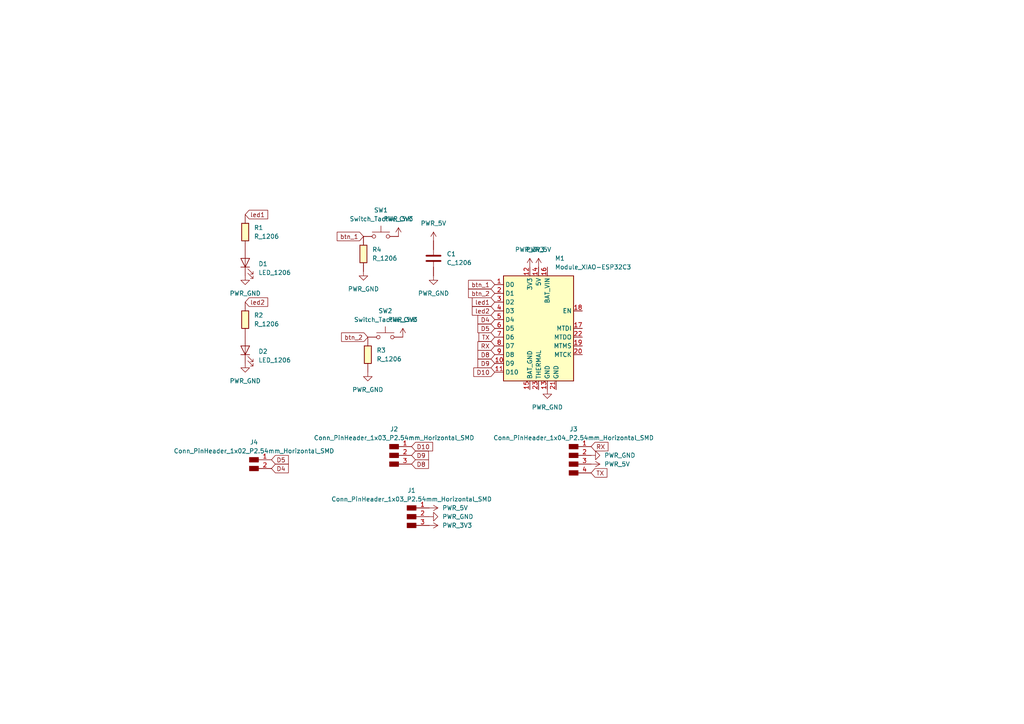
<source format=kicad_sch>
(kicad_sch (version 20231120) (generator "eeschema") (generator_version "8.0")
  (paper "A4")
  (lib_symbols
    (symbol "fab:C_1206" (pin_numbers hide)
      (property "Reference" "C" (at 0.635 2.54 0))
      (property "Value" "C_1206" (at 0.635 -2.54 0))
      (symbol "C_1206_0_1"
        (polyline (pts (xy -2.032 -0.762) (xy 2.032 -0.762)) (stroke (width 0.508)))
        (polyline (pts (xy -2.032 0.762) (xy 2.032 0.762)) (stroke (width 0.508)))
        (polyline (pts (xy 0 -0.635) (xy 0 -2.54)))
        (polyline (pts (xy 0 0.635) (xy 0 2.54)))
      )
      (symbol "C_1206_1_1"
        (pin passive line (at 0 5.08 270) (length 2.54) (name "~") (number "1"))
        (pin passive line (at 0 -5.08 90) (length 2.54) (name "~") (number "2"))
      )
    )
    (symbol "fab:Conn_PinHeader_1x02_P2.54mm_Horizontal_SMD" (pin_names hide)
      (property "Reference" "J" (at 0 2.54 0))
      (property "Value" "Conn_PinHeader_1x02_P2.54mm_Horizontal_SMD" (at 0 -5.08 0))
      (symbol "Conn_PinHeader_1x02_P2.54mm_Horizontal_SMD_1_1"
        (rectangle (start -1.27 -1.905) (end 1.27 -3.175) (stroke (width 0.254)) (fill (type outline)))
        (rectangle (start -1.27 0.635) (end 1.27 -0.635) (stroke (width 0.254)) (fill (type outline)))
        (pin passive line (at 5.08 0 180) (length 3.81) (name "Pin_1") (number "1"))
        (pin passive line (at 5.08 -2.54 180) (length 3.81) (name "Pin_2") (number "2"))
      )
    )
    (symbol "fab:Conn_PinHeader_1x03_P2.54mm_Horizontal_SMD" (pin_names hide)
      (property "Reference" "J" (at 0 5.08 0))
      (property "Value" "Conn_PinHeader_1x03_P2.54mm_Horizontal_SMD" (at 0 -5.08 0))
      (symbol "Conn_PinHeader_1x03_P2.54mm_Horizontal_SMD_1_1"
        (rectangle (start -1.27 -1.905) (end 1.27 -3.175) (stroke (width 0.254)) (fill (type outline)))
        (rectangle (start -1.27 0.635) (end 1.27 -0.635) (stroke (width 0.254)) (fill (type outline)))
        (rectangle (start -1.27 3.175) (end 1.27 1.905) (stroke (width 0.254)) (fill (type outline)))
        (pin passive line (at 5.08 2.54 180) (length 3.81) (name "Pin_1") (number "1"))
        (pin passive line (at 5.08 0 180) (length 3.81) (name "Pin_2") (number "2"))
        (pin passive line (at 5.08 -2.54 180) (length 3.81) (name "Pin_3") (number "3"))
      )
    )
    (symbol "fab:Conn_PinHeader_1x04_P2.54mm_Horizontal_SMD" (pin_names hide)
      (property "Reference" "J" (at 0 5.08 0))
      (property "Value" "Conn_PinHeader_1x04_P2.54mm_Horizontal_SMD" (at 0 -7.62 0))
      (symbol "Conn_PinHeader_1x04_P2.54mm_Horizontal_SMD_1_1"
        (rectangle (start -1.27 -4.445) (end 1.27 -5.715) (stroke (width 0.254)) (fill (type outline)))
        (rectangle (start -1.27 -1.905) (end 1.27 -3.175) (stroke (width 0.254)) (fill (type outline)))
        (rectangle (start -1.27 0.635) (end 1.27 -0.635) (stroke (width 0.254)) (fill (type outline)))
        (rectangle (start -1.27 3.175) (end 1.27 1.905) (stroke (width 0.254)) (fill (type outline)))
        (pin passive line (at 5.08 2.54 180) (length 3.81) (name "Pin_1") (number "1"))
        (pin passive line (at 5.08 0 180) (length 3.81) (name "Pin_2") (number "2"))
        (pin passive line (at 5.08 -2.54 180) (length 3.81) (name "Pin_3") (number "3"))
        (pin passive line (at 5.08 -5.08 180) (length 3.81) (name "Pin_4") (number "4"))
      )
    )
    (symbol "fab:LED_1206" (pin_numbers hide) (pin_names (offset 1.016) hide)
      (property "Reference" "D" (at 0 2.54 0))
      (property "Value" "LED_1206" (at 0 -2.54 0))
      (symbol "LED_1206_0_1"
        (polyline (pts (xy -1.27 -1.27) (xy -1.27 1.27)) (stroke (width 0.2032)))
        (polyline (pts (xy -1.27 0) (xy 1.27 0)))
        (polyline (pts (xy 1.27 -1.27) (xy 1.27 1.27) (xy -1.27 0) (xy 1.27 -1.27)) (stroke (width 0.2032)))
        (polyline (pts (xy -3.048 -0.762) (xy -4.572 -2.286) (xy -3.81 -2.286) (xy -4.572 -2.286) (xy -4.572 -1.524)))
        (polyline (pts (xy -1.778 -0.762) (xy -3.302 -2.286) (xy -2.54 -2.286) (xy -3.302 -2.286) (xy -3.302 -1.524)))
      )
      (symbol "LED_1206_1_1"
        (pin passive line (at -3.81 0 0) (length 2.54) (name "K") (number "1"))
        (pin passive line (at 3.81 0 180) (length 2.54) (name "A") (number "2"))
      )
    )
    (symbol "fab:Module_XIAO-ESP32C3"
      (property "Reference" "M" (at -10.16 16.51 0))
      (property "Value" "Module_XIAO-ESP32C3" (at 3.81 16.51 0))
      (symbol "Module_XIAO-ESP32C3_1_1"
        (rectangle (start -10.16 15.24) (end 10.16 -15.24) (stroke (width 0.254)) (fill (type background)))
        (pin bidirectional line (at -12.7 12.7 0) (length 2.54) (name "D0") (number "1"))
        (pin bidirectional line (at -12.7 -10.16 0) (length 2.54) (name "D9") (number "10"))
        (pin bidirectional line (at -12.7 -12.7 0) (length 2.54) (name "D10") (number "11"))
        (pin power_in line (at -2.54 17.78 270) (length 2.54) (name "3V3") (number "12"))
        (pin power_in line (at 2.54 -17.78 90) (length 2.54) (name "GND") (number "13"))
        (pin power_in line (at 0 17.78 270) (length 2.54) (name "5V") (number "14"))
        (pin power_in line (at -2.54 -17.78 90) (length 2.54) (name "BAT_GND") (number "15"))
        (pin power_in line (at 2.54 17.78 270) (length 2.54) (name "BAT_VIN") (number "16"))
        (pin input line (at 12.7 0 180) (length 2.54) (name "MTDI") (number "17"))
        (pin input line (at 12.7 5.08 180) (length 2.54) (name "EN") (number "18"))
        (pin input line (at 12.7 -5.08 180) (length 2.54) (name "MTMS") (number "19"))
        (pin bidirectional line (at -12.7 10.16 0) (length 2.54) (name "D1") (number "2"))
        (pin input line (at 12.7 -7.62 180) (length 2.54) (name "MTCK") (number "20"))
        (pin power_in line (at 5.08 -17.78 90) (length 2.54) (name "GND") (number "21"))
        (pin output line (at 12.7 -2.54 180) (length 2.54) (name "MTDO") (number "22"))
        (pin power_in line (at 0 -17.78 90) (length 2.54) (name "THERMAL") (number "23"))
        (pin bidirectional line (at -12.7 7.62 0) (length 2.54) (name "D2") (number "3"))
        (pin bidirectional line (at -12.7 5.08 0) (length 2.54) (name "D3") (number "4"))
        (pin bidirectional line (at -12.7 2.54 0) (length 2.54) (name "D4") (number "5"))
        (pin bidirectional line (at -12.7 0 0) (length 2.54) (name "D5") (number "6"))
        (pin bidirectional line (at -12.7 -2.54 0) (length 2.54) (name "D6") (number "7"))
        (pin bidirectional line (at -12.7 -5.08 0) (length 2.54) (name "D7") (number "8"))
        (pin bidirectional line (at -12.7 -7.62 0) (length 2.54) (name "D8") (number "9"))
      )
    )
    (symbol "fab:PWR_3V3" (power) (pin_names (offset 0))
      (property "Value" "PWR_3V3" (at 0 3.556 0))
      (symbol "PWR_3V3_0_1"
        (polyline (pts (xy -0.762 1.27) (xy 0 2.54)))
        (polyline (pts (xy 0 0) (xy 0 2.54)))
        (polyline (pts (xy 0 2.54) (xy 0.762 1.27)))
      )
      (symbol "PWR_3V3_1_1"
        (pin power_in line (at 0 0 90) (length 0) hide (name "PWR_3V3") (number "1"))
      )
    )
    (symbol "fab:PWR_5V" (power) (pin_names (offset 0))
      (property "Value" "PWR_5V" (at 0 3.556 0))
      (symbol "PWR_5V_0_1"
        (polyline (pts (xy -0.762 1.27) (xy 0 2.54)))
        (polyline (pts (xy 0 0) (xy 0 2.54)))
        (polyline (pts (xy 0 2.54) (xy 0.762 1.27)))
      )
      (symbol "PWR_5V_1_1"
        (pin power_in line (at 0 0 90) (length 0) hide (name "PWR_5V") (number "1"))
      )
    )
    (symbol "fab:PWR_GND" (power) (pin_names (offset 0))
      (property "Value" "PWR_GND" (at 0 -3.81 0))
      (symbol "PWR_GND_0_1"
        (polyline (pts (xy 0 0) (xy 0 -1.27) (xy 1.27 -1.27) (xy 0 -2.54) (xy -1.27 -1.27) (xy 0 -1.27)))
      )
      (symbol "PWR_GND_1_1"
        (pin power_in line (at 0 0 270) (length 0) hide (name "PWR_GND") (number "1"))
      )
    )
    (symbol "fab:R_1206" (pin_numbers hide) (pin_names (offset 0))
      (property "Reference" "R" (at 2.54 0 90))
      (property "Value" "R_1206" (at -2.54 0 90))
      (symbol "R_1206_0_1"
        (rectangle (start -1.016 -2.54) (end 1.016 2.54) (stroke (width 0.254)) (fill (type background)))
      )
      (symbol "R_1206_1_1"
        (pin passive line (at 0 5.08 270) (length 2.54) (name "~") (number "1"))
        (pin passive line (at 0 -5.08 90) (length 2.54) (name "~") (number "2"))
      )
    )
    (symbol "fab:Switch_Tactile_CnK" (pin_numbers hide) (pin_names (offset 1.016) hide)
      (property "Reference" "SW" (at 1.27 3.81 0))
      (property "Value" "Switch_Tactile_CnK" (at 0 0 0))
      (symbol "Switch_Tactile_CnK_0_1"
        (circle (center -2.032 0) (radius 0.508))
        (polyline (pts (xy 0 1.27) (xy 0 3.048)))
        (polyline (pts (xy 2.54 1.27) (xy -2.54 1.27)))
        (circle (center 2.032 0) (radius 0.508))
        (pin passive line (at -5.08 0 0) (length 2.54) (name "1") (number "1"))
        (pin passive line (at 5.08 0 180) (length 2.54) (name "2") (number "2"))
      )
    )
  )
  (global_label "D5" (shape input) (at 143.51 95.25 180) (property "Intersheetrefs" "${INTERSHEET_REFS}" (effects (hide yes))))
  (global_label "TX" (shape input) (at 143.51 97.79 180) (property "Intersheetrefs" "${INTERSHEET_REFS}" (effects (hide yes))))
  (global_label "btn_1" (shape input) (at 105.41 68.58 180) (property "Intersheetrefs" "${INTERSHEET_REFS}" (effects (hide yes))))
  (global_label "RX" (shape input) (at 143.51 100.33 180) (property "Intersheetrefs" "${INTERSHEET_REFS}" (effects (hide yes))))
  (global_label "btn_1" (shape input) (at 143.51 82.55 180) (property "Intersheetrefs" "${INTERSHEET_REFS}" (effects (hide yes))))
  (global_label "btn_2" (shape input) (at 143.51 85.09 180) (property "Intersheetrefs" "${INTERSHEET_REFS}" (effects (hide yes))))
  (global_label "led2" (shape input) (at 143.51 90.17 180) (property "Intersheetrefs" "${INTERSHEET_REFS}" (effects (hide yes))))
  (global_label "TX" (shape input) (at 171.45 137.16 0) (property "Intersheetrefs" "${INTERSHEET_REFS}" (effects (hide yes))))
  (global_label "D5" (shape input) (at 78.74 133.35 0) (property "Intersheetrefs" "${INTERSHEET_REFS}" (effects (hide yes))))
  (global_label "D8" (shape input) (at 143.51 102.87 180) (property "Intersheetrefs" "${INTERSHEET_REFS}" (effects (hide yes))))
  (global_label "D8" (shape input) (at 119.38 134.62 0) (property "Intersheetrefs" "${INTERSHEET_REFS}" (effects (hide yes))))
  (global_label "led1" (shape input) (at 71.12 62.23 0) (property "Intersheetrefs" "${INTERSHEET_REFS}" (effects (hide yes))))
  (global_label "btn_2" (shape input) (at 106.68 97.79 180) (property "Intersheetrefs" "${INTERSHEET_REFS}" (effects (hide yes))))
  (global_label "D9" (shape input) (at 119.38 132.08 0) (property "Intersheetrefs" "${INTERSHEET_REFS}" (effects (hide yes))))
  (global_label "RX" (shape input) (at 171.45 129.54 0) (property "Intersheetrefs" "${INTERSHEET_REFS}" (effects (hide yes))))
  (global_label "D10" (shape input) (at 143.51 107.95 180) (property "Intersheetrefs" "${INTERSHEET_REFS}" (effects (hide yes))))
  (global_label "led1" (shape input) (at 143.51 87.63 180) (property "Intersheetrefs" "${INTERSHEET_REFS}" (effects (hide yes))))
  (global_label "D4" (shape input) (at 78.74 135.89 0) (property "Intersheetrefs" "${INTERSHEET_REFS}" (effects (hide yes))))
  (global_label "led2" (shape input) (at 71.12 87.63 0) (property "Intersheetrefs" "${INTERSHEET_REFS}" (effects (hide yes))))
  (global_label "D4" (shape input) (at 143.51 92.71 180) (property "Intersheetrefs" "${INTERSHEET_REFS}" (effects (hide yes))))
  (global_label "D10" (shape input) (at 119.38 129.54 0) (property "Intersheetrefs" "${INTERSHEET_REFS}" (effects (hide yes))))
  (global_label "D9" (shape input) (at 143.51 105.41 180) (property "Intersheetrefs" "${INTERSHEET_REFS}" (effects (hide yes))))
  (symbol (lib_id "fab:Switch_Tactile_CnK") (at 110.49 68.58 0) (unit 1)
    (property "Reference" "SW1" (at 110.49 60.96 0))
    (property "Value" "Switch_Tactile_CnK" (at 110.49 63.5 0))
    (property "Footprint" "fab:Button_CnK_PTS636.0_6x3.5mm" (effects (hide yes)))
    (property "Datasheet" "https://www.ckswitches.com/media/2779/pts636.pdf" (effects (hide yes)))
    (property "Description" "Push button switch, C&K PTS636 SM25F SMTR LFS, Tactile Switch SPST-NO Top Actuated Surface Mount" (effects (hide yes)))
  )
  (symbol (lib_id "fab:PWR_3V3") (at 124.46 152.4 270) (unit 1)
    (property "Reference" "#PWR014" (effects (hide yes)))
    (property "Value" "PWR_3V3" (at 128.27 152.3999 90) (effects (justify left)))
    (property "Description" "Power symbol creates a global label with name \"+3V3\"" (effects (hide yes)))
  )
  (symbol (lib_id "fab:PWR_GND") (at 125.73 80.01 0) (unit 1)
    (property "Reference" "#PWR016" (effects (hide yes)))
    (property "Value" "PWR_GND" (at 125.73 85.09 0))
    (property "Description" "Power symbol creates a global label with name \"GND\" , ground" (effects (hide yes)))
  )
  (symbol (lib_id "fab:PWR_5V") (at 125.73 69.85 0) (unit 1)
    (property "Reference" "#PWR015" (effects (hide yes)))
    (property "Value" "PWR_5V" (at 125.73 64.77 0))
    (property "Description" "Power symbol creates a global label with name \"+5V\"" (effects (hide yes)))
  )
  (symbol (lib_id "fab:PWR_3V3") (at 115.57 68.58 0) (unit 1)
    (property "Reference" "#PWR09" (effects (hide yes)))
    (property "Value" "PWR_3V3" (at 115.57 63.5 0))
    (property "Description" "Power symbol creates a global label with name \"+3V3\"" (effects (hide yes)))
  )
  (symbol (lib_id "fab:PWR_3V3") (at 153.67 77.47 0) (unit 1)
    (property "Reference" "#PWR011" (effects (hide yes)))
    (property "Value" "PWR_3V3" (at 153.67 72.39 0))
    (property "Description" "Power symbol creates a global label with name \"+3V3\"" (effects (hide yes)))
  )
  (symbol (lib_id "fab:PWR_5V") (at 124.46 147.32 270) (unit 1)
    (property "Reference" "#PWR06" (effects (hide yes)))
    (property "Value" "PWR_5V" (at 128.27 147.3199 90) (effects (justify left)))
    (property "Description" "Power symbol creates a global label with name \"+5V\"" (effects (hide yes)))
  )
  (symbol (lib_id "fab:PWR_GND") (at 158.75 113.03 0) (unit 1)
    (property "Reference" "#PWR013" (effects (hide yes)))
    (property "Value" "PWR_GND" (at 158.75 118.11 0))
    (property "Description" "Power symbol creates a global label with name \"GND\" , ground" (effects (hide yes)))
  )
  (symbol (lib_id "fab:R_1206") (at 106.68 102.87 0) (unit 1)
    (property "Reference" "R3" (at 109.22 101.5999 0) (effects (justify left)))
    (property "Value" "R_1206" (at 109.22 104.1399 0) (effects (justify left)))
    (property "Footprint" "fab:R_1206" (effects (hide yes)))
    (property "Description" "Resistor" (effects (hide yes)))
  )
  (symbol (lib_id "fab:PWR_GND") (at 71.12 80.01 0) (unit 1)
    (property "Reference" "#PWR04" (effects (hide yes)))
    (property "Value" "PWR_GND" (at 71.12 85.09 0))
    (property "Description" "Power symbol creates a global label with name \"GND\" , ground" (effects (hide yes)))
  )
  (symbol (lib_id "fab:PWR_GND") (at 106.68 107.95 0) (unit 1)
    (property "Reference" "#PWR05" (effects (hide yes)))
    (property "Value" "PWR_GND" (at 106.68 113.03 0))
    (property "Description" "Power symbol creates a global label with name \"GND\" , ground" (effects (hide yes)))
  )
  (symbol (lib_id "fab:Switch_Tactile_CnK") (at 111.76 97.79 0) (unit 1)
    (property "Reference" "SW2" (at 111.76 90.17 0))
    (property "Value" "Switch_Tactile_CnK" (at 111.76 92.71 0))
    (property "Footprint" "fab:Button_CnK_PTS636.0_6x3.5mm" (effects (hide yes)))
    (property "Datasheet" "https://www.ckswitches.com/media/2779/pts636.pdf" (effects (hide yes)))
    (property "Description" "Push button switch, C&K PTS636 SM25F SMTR LFS, Tactile Switch SPST-NO Top Actuated Surface Mount" (effects (hide yes)))
  )
  (symbol (lib_id "fab:R_1206") (at 71.12 92.71 0) (unit 1)
    (property "Reference" "R2" (at 73.66 91.4399 0) (effects (justify left)))
    (property "Value" "R_1206" (at 73.66 93.9799 0) (effects (justify left)))
    (property "Footprint" "fab:R_1206" (effects (hide yes)))
    (property "Description" "Resistor" (effects (hide yes)))
  )
  (symbol (lib_id "fab:Conn_PinHeader_1x04_P2.54mm_Horizontal_SMD") (at 166.37 132.08 0) (unit 1)
    (property "Reference" "J3" (at 166.37 124.46 0))
    (property "Value" "Conn_PinHeader_1x04_P2.54mm_Horizontal_SMD" (at 166.37 127 0))
    (property "Footprint" "fab:PinHeader_1x04_P2.54mm_Horizontal_SMD" (effects (hide yes)))
    (property "Description" "Male connector, single row" (effects (hide yes)))
  )
  (symbol (lib_id "fab:PWR_5V") (at 156.21 77.47 0) (unit 1)
    (property "Reference" "#PWR08" (effects (hide yes)))
    (property "Value" "PWR_5V" (at 156.21 72.39 0))
    (property "Description" "Power symbol creates a global label with name \"+5V\"" (effects (hide yes)))
  )
  (symbol (lib_id "fab:LED_1206") (at 71.12 101.6 90) (unit 1)
    (property "Reference" "D2" (at 74.93 101.9301 90) (effects (justify right)))
    (property "Value" "LED_1206" (at 74.93 104.4701 90) (effects (justify right)))
    (property "Footprint" "fab:LED_1206" (effects (hide yes)))
    (property "Datasheet" "https://optoelectronics.liteon.com/upload/download/DS-22-98-0002/LTST-C150CKT.pdf" (effects (hide yes)))
    (property "Description" "Light emitting diode, Lite-On Inc. LTST, SMD" (effects (hide yes)))
  )
  (symbol (lib_id "fab:Conn_PinHeader_1x03_P2.54mm_Horizontal_SMD") (at 119.38 149.86 0) (unit 1)
    (property "Reference" "J1" (at 119.38 142.24 0))
    (property "Value" "Conn_PinHeader_1x03_P2.54mm_Horizontal_SMD" (at 119.38 144.78 0))
    (property "Footprint" "fab:PinHeader_1x03_P2.54mm_Horizontal_SMD" (effects (hide yes)))
    (property "Description" "Male connector, single row" (effects (hide yes)))
  )
  (symbol (lib_id "fab:PWR_GND") (at 105.41 78.74 0) (unit 1)
    (property "Reference" "#PWR01" (effects (hide yes)))
    (property "Value" "PWR_GND" (at 105.41 83.82 0))
    (property "Description" "Power symbol creates a global label with name \"GND\" , ground" (effects (hide yes)))
  )
  (symbol (lib_id "fab:Conn_PinHeader_1x03_P2.54mm_Horizontal_SMD") (at 114.3 132.08 0) (unit 1)
    (property "Reference" "J2" (at 114.3 124.46 0))
    (property "Value" "Conn_PinHeader_1x03_P2.54mm_Horizontal_SMD" (at 114.3 127 0))
    (property "Footprint" "fab:PinHeader_1x03_P2.54mm_Horizontal_SMD" (effects (hide yes)))
    (property "Description" "Male connector, single row" (effects (hide yes)))
  )
  (symbol (lib_id "fab:C_1206") (at 125.73 74.93 0) (unit 1)
    (property "Reference" "C1" (at 129.54 73.6599 0) (effects (justify left)))
    (property "Value" "C_1206" (at 129.54 76.1999 0) (effects (justify left)))
    (property "Footprint" "fab:C_1206" (effects (hide yes)))
    (property "Datasheet" "https://www.yageo.com/upload/media/product/productsearch/datasheet/mlcc/UPY-GP_NP0_16V-to-50V_18.pdf" (effects (hide yes)))
    (property "Description" "Unpolarized capacitor, SMD, 1206" (effects (hide yes)))
  )
  (symbol (lib_id "fab:Conn_PinHeader_1x02_P2.54mm_Horizontal_SMD") (at 73.66 133.35 0) (unit 1)
    (property "Reference" "J4" (at 73.66 128.27 0))
    (property "Value" "Conn_PinHeader_1x02_P2.54mm_Horizontal_SMD" (at 73.66 130.81 0))
    (property "Footprint" "fab:PinHeader_1x02_P2.54mm_Horizontal_SMD" (effects (hide yes)))
    (property "Description" "Male connector, single row" (effects (hide yes)))
  )
  (symbol (lib_id "fab:PWR_GND") (at 171.45 132.08 90) (unit 1)
    (property "Reference" "#PWR07" (effects (hide yes)))
    (property "Value" "PWR_GND" (at 175.26 132.0799 90) (effects (justify right)))
    (property "Description" "Power symbol creates a global label with name \"GND\" , ground" (effects (hide yes)))
  )
  (symbol (lib_id "fab:R_1206") (at 71.12 67.31 0) (unit 1)
    (property "Reference" "R1" (at 73.66 66.0399 0) (effects (justify left)))
    (property "Value" "R_1206" (at 73.66 68.5799 0) (effects (justify left)))
    (property "Footprint" "fab:R_1206" (effects (hide yes)))
    (property "Description" "Resistor" (effects (hide yes)))
  )
  (symbol (lib_id "fab:R_1206") (at 105.41 73.66 0) (unit 1)
    (property "Reference" "R4" (at 107.95 72.3899 0) (effects (justify left)))
    (property "Value" "R_1206" (at 107.95 74.9299 0) (effects (justify left)))
    (property "Footprint" "fab:R_1206" (effects (hide yes)))
    (property "Description" "Resistor" (effects (hide yes)))
  )
  (symbol (lib_id "fab:PWR_3V3") (at 116.84 97.79 0) (unit 1)
    (property "Reference" "#PWR010" (effects (hide yes)))
    (property "Value" "PWR_3V3" (at 116.84 92.71 0))
    (property "Description" "Power symbol creates a global label with name \"+3V3\"" (effects (hide yes)))
  )
  (symbol (lib_id "fab:LED_1206") (at 71.12 76.2 90) (unit 1)
    (property "Reference" "D1" (at 74.93 76.5301 90) (effects (justify right)))
    (property "Value" "LED_1206" (at 74.93 79.0701 90) (effects (justify right)))
    (property "Footprint" "fab:LED_1206" (effects (hide yes)))
    (property "Datasheet" "https://optoelectronics.liteon.com/upload/download/DS-22-98-0002/LTST-C150CKT.pdf" (effects (hide yes)))
    (property "Description" "Light emitting diode, Lite-On Inc. LTST, SMD" (effects (hide yes)))
  )
  (symbol (lib_id "fab:PWR_5V") (at 171.45 134.62 270) (unit 1)
    (property "Reference" "#PWR03" (effects (hide yes)))
    (property "Value" "PWR_5V" (at 175.26 134.6199 90) (effects (justify left)))
    (property "Description" "Power symbol creates a global label with name \"+5V\"" (effects (hide yes)))
  )
  (symbol (lib_id "fab:PWR_GND") (at 124.46 149.86 90) (unit 1)
    (property "Reference" "#PWR012" (effects (hide yes)))
    (property "Value" "PWR_GND" (at 128.27 149.8599 90) (effects (justify right)))
    (property "Description" "Power symbol creates a global label with name \"GND\" , ground" (effects (hide yes)))
  )
  (symbol (lib_id "fab:Module_XIAO-ESP32C3") (at 156.21 95.25 0) (unit 1)
    (property "Reference" "M1" (at 160.9441 74.93 0) (effects (justify left)))
    (property "Value" "Module_XIAO-ESP32C3" (at 160.9441 77.47 0) (effects (justify left)))
    (property "Footprint" "fab:SeeedStudio_XIAO_ESP32C3" (effects (hide yes)))
    (property "Datasheet" "https://wiki.seeedstudio.com/XIAO_ESP32C3_Getting_Started/" (effects (hide yes)))
    (property "Description" "ESP32-C3 Transceiver; 802.11 a/b/g/n (Wi-Fi, WiFi, WLAN), Bluetooth® Smart 4.x Low Energy (BLE) 2.4GHz Evaluation Board" (effects (hide yes)))
  )
  (symbol (lib_id "fab:PWR_GND") (at 71.12 105.41 0) (unit 1)
    (property "Reference" "#PWR02" (effects (hide yes)))
    (property "Value" "PWR_GND" (at 71.12 110.49 0))
    (property "Description" "Power symbol creates a global label with name \"GND\" , ground" (effects (hide yes)))
  )
)
</source>
